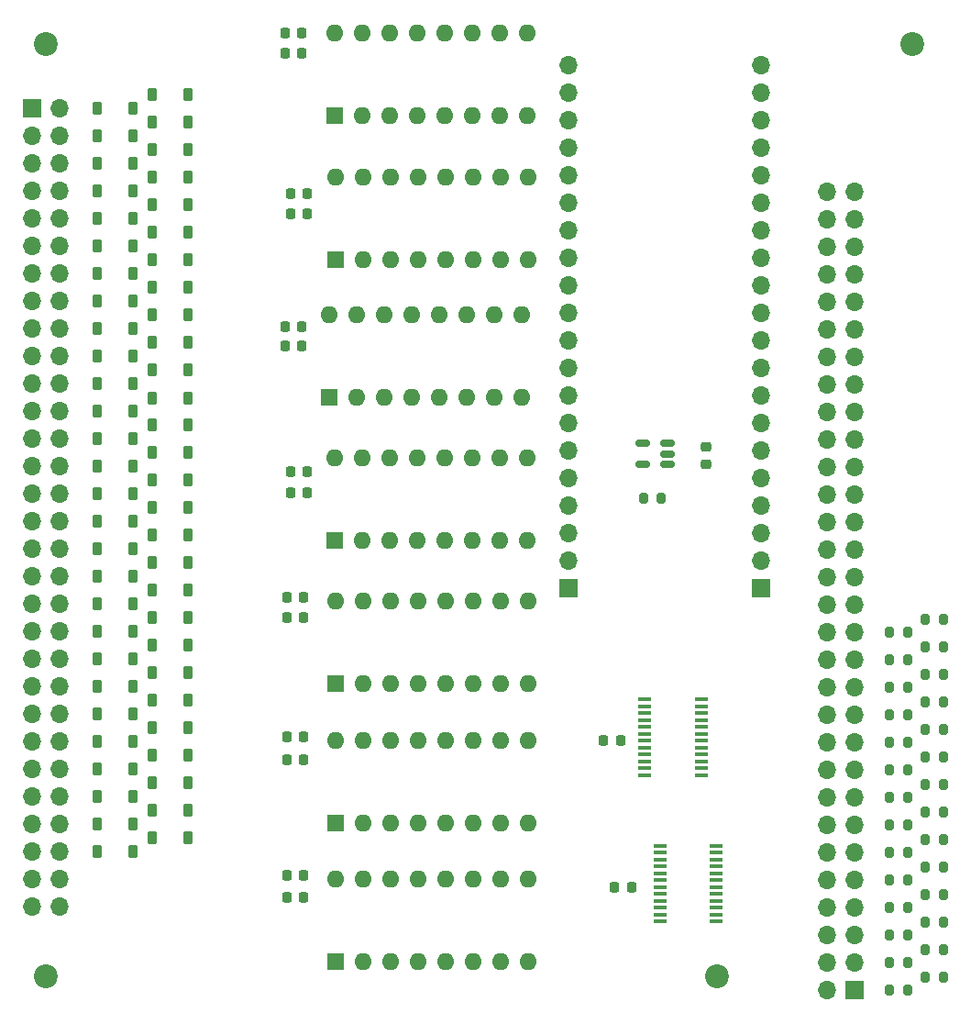
<source format=gbr>
%TF.GenerationSoftware,KiCad,Pcbnew,7.0.7*%
%TF.CreationDate,2023-10-12T19:01:10-04:00*%
%TF.ProjectId,PCB_final,5043425f-6669-46e6-916c-2e6b69636164,rev?*%
%TF.SameCoordinates,Original*%
%TF.FileFunction,Soldermask,Top*%
%TF.FilePolarity,Negative*%
%FSLAX46Y46*%
G04 Gerber Fmt 4.6, Leading zero omitted, Abs format (unit mm)*
G04 Created by KiCad (PCBNEW 7.0.7) date 2023-10-12 19:01:10*
%MOMM*%
%LPD*%
G01*
G04 APERTURE LIST*
G04 Aperture macros list*
%AMRoundRect*
0 Rectangle with rounded corners*
0 $1 Rounding radius*
0 $2 $3 $4 $5 $6 $7 $8 $9 X,Y pos of 4 corners*
0 Add a 4 corners polygon primitive as box body*
4,1,4,$2,$3,$4,$5,$6,$7,$8,$9,$2,$3,0*
0 Add four circle primitives for the rounded corners*
1,1,$1+$1,$2,$3*
1,1,$1+$1,$4,$5*
1,1,$1+$1,$6,$7*
1,1,$1+$1,$8,$9*
0 Add four rect primitives between the rounded corners*
20,1,$1+$1,$2,$3,$4,$5,0*
20,1,$1+$1,$4,$5,$6,$7,0*
20,1,$1+$1,$6,$7,$8,$9,0*
20,1,$1+$1,$8,$9,$2,$3,0*%
G04 Aperture macros list end*
%ADD10C,2.200000*%
%ADD11RoundRect,0.225000X0.225000X0.250000X-0.225000X0.250000X-0.225000X-0.250000X0.225000X-0.250000X0*%
%ADD12RoundRect,0.225000X-0.225000X-0.375000X0.225000X-0.375000X0.225000X0.375000X-0.225000X0.375000X0*%
%ADD13RoundRect,0.200000X-0.200000X-0.275000X0.200000X-0.275000X0.200000X0.275000X-0.200000X0.275000X0*%
%ADD14R,1.600000X1.600000*%
%ADD15O,1.600000X1.600000*%
%ADD16R,1.700000X1.700000*%
%ADD17O,1.700000X1.700000*%
%ADD18RoundRect,0.225000X0.250000X-0.225000X0.250000X0.225000X-0.250000X0.225000X-0.250000X-0.225000X0*%
%ADD19R,1.200000X0.400000*%
%ADD20RoundRect,0.150000X0.512500X0.150000X-0.512500X0.150000X-0.512500X-0.150000X0.512500X-0.150000X0*%
G04 APERTURE END LIST*
D10*
%TO.C,REF\u002A\u002A*%
X178000000Y-65000000D03*
%TD*%
%TO.C,REF\u002A\u002A*%
X160000000Y-151000000D03*
%TD*%
%TO.C,REF\u002A\u002A*%
X98000000Y-151000000D03*
%TD*%
%TO.C,REF\u002A\u002A*%
X98000000Y-65000000D03*
%TD*%
D11*
%TO.C,C8*%
X122168708Y-106429455D03*
X120618708Y-106429455D03*
%TD*%
D12*
%TO.C,D35*%
X102725708Y-86201727D03*
X106025708Y-86201727D03*
%TD*%
%TO.C,D36*%
X102725708Y-88741727D03*
X106025708Y-88741727D03*
%TD*%
%TO.C,D2*%
X107805708Y-72231727D03*
X111105708Y-72231727D03*
%TD*%
D13*
%TO.C,R3*%
X175928328Y-149797397D03*
X177578328Y-149797397D03*
%TD*%
D12*
%TO.C,D54*%
X102725708Y-134461727D03*
X106025708Y-134461727D03*
%TD*%
D11*
%TO.C,C9*%
X121787186Y-116054020D03*
X120237186Y-116054020D03*
%TD*%
D12*
%TO.C,D18*%
X107805708Y-112871727D03*
X111105708Y-112871727D03*
%TD*%
%TO.C,D45*%
X102725708Y-111601727D03*
X106025708Y-111601727D03*
%TD*%
%TO.C,D25*%
X107805708Y-130651727D03*
X111105708Y-130651727D03*
%TD*%
%TO.C,D15*%
X107805708Y-105251727D03*
X111105708Y-105251727D03*
%TD*%
D13*
%TO.C,R13*%
X175928328Y-137097397D03*
X177578328Y-137097397D03*
%TD*%
D11*
%TO.C,C14*%
X121787186Y-143780959D03*
X120237186Y-143780959D03*
%TD*%
D12*
%TO.C,D11*%
X107805708Y-95091727D03*
X111105708Y-95091727D03*
%TD*%
%TO.C,D31*%
X102725708Y-76041727D03*
X106025708Y-76041727D03*
%TD*%
%TO.C,D55*%
X102725708Y-137001727D03*
X106025708Y-137001727D03*
%TD*%
D13*
%TO.C,R18*%
X179226682Y-130831965D03*
X180876682Y-130831965D03*
%TD*%
D12*
%TO.C,D10*%
X107805708Y-92551727D03*
X111105708Y-92551727D03*
%TD*%
%TO.C,D30*%
X102725708Y-73501727D03*
X106025708Y-73501727D03*
%TD*%
%TO.C,D43*%
X102725708Y-106521727D03*
X106025708Y-106521727D03*
%TD*%
D13*
%TO.C,R27*%
X175928328Y-119317397D03*
X177578328Y-119317397D03*
%TD*%
%TO.C,R20*%
X179226682Y-128291965D03*
X180876682Y-128291965D03*
%TD*%
D12*
%TO.C,D56*%
X106025708Y-139541727D03*
X102725708Y-139541727D03*
%TD*%
D11*
%TO.C,C10*%
X121787186Y-117926861D03*
X120237186Y-117926861D03*
%TD*%
D13*
%TO.C,R25*%
X175928328Y-121857397D03*
X177578328Y-121857397D03*
%TD*%
%TO.C,R9*%
X175928328Y-142177397D03*
X177578328Y-142177397D03*
%TD*%
D14*
%TO.C,U2*%
X124725708Y-84931727D03*
D15*
X127265708Y-84931727D03*
X129805708Y-84931727D03*
X132345708Y-84931727D03*
X134885708Y-84931727D03*
X137425708Y-84931727D03*
X139965708Y-84931727D03*
X142505708Y-84931727D03*
X142505708Y-77311727D03*
X139965708Y-77311727D03*
X137425708Y-77311727D03*
X134885708Y-77311727D03*
X132345708Y-77311727D03*
X129805708Y-77311727D03*
X127265708Y-77311727D03*
X124725708Y-77311727D03*
%TD*%
D12*
%TO.C,D19*%
X107805708Y-115411727D03*
X111105708Y-115411727D03*
%TD*%
D16*
%TO.C,J5*%
X146250708Y-115255141D03*
D17*
X146250708Y-112715141D03*
X146250708Y-110175141D03*
X146250708Y-107635141D03*
X146250708Y-105095141D03*
X146250708Y-102555141D03*
X146250708Y-100015141D03*
X146250708Y-97475141D03*
X146250708Y-94935141D03*
X146250708Y-92395141D03*
X146250708Y-89855141D03*
X146250708Y-87315141D03*
X146250708Y-84775141D03*
X146250708Y-82235141D03*
X146250708Y-79695141D03*
X146250708Y-77155141D03*
X146250708Y-74615141D03*
X146250708Y-72075141D03*
X146250708Y-69535141D03*
X146250708Y-66995141D03*
%TD*%
D12*
%TO.C,D9*%
X107805708Y-90011727D03*
X111105708Y-90011727D03*
%TD*%
D13*
%TO.C,R26*%
X179226682Y-120671965D03*
X180876682Y-120671965D03*
%TD*%
D11*
%TO.C,C2*%
X121660708Y-65881727D03*
X120110708Y-65881727D03*
%TD*%
D13*
%TO.C,R24*%
X179226682Y-123211965D03*
X180876682Y-123211965D03*
%TD*%
D11*
%TO.C,C16*%
X151058528Y-129294598D03*
X149508528Y-129294598D03*
%TD*%
D16*
%TO.C,J1*%
X96755708Y-70961727D03*
D17*
X99295708Y-70961727D03*
X96755708Y-73501727D03*
X99295708Y-73501727D03*
X96755708Y-76041727D03*
X99295708Y-76041727D03*
X96755708Y-78581727D03*
X99295708Y-78581727D03*
X96755708Y-81121727D03*
X99295708Y-81121727D03*
X96755708Y-83661727D03*
X99295708Y-83661727D03*
X96755708Y-86201727D03*
X99295708Y-86201727D03*
X96755708Y-88741727D03*
X99295708Y-88741727D03*
X96755708Y-91281727D03*
X99295708Y-91281727D03*
X96755708Y-93821727D03*
X99295708Y-93821727D03*
X96755708Y-96361727D03*
X99295708Y-96361727D03*
X96755708Y-98901727D03*
X99295708Y-98901727D03*
X96755708Y-101441727D03*
X99295708Y-101441727D03*
X96755708Y-103981727D03*
X99295708Y-103981727D03*
X96755708Y-106521727D03*
X99295708Y-106521727D03*
X96755708Y-109061727D03*
X99295708Y-109061727D03*
X96755708Y-111601727D03*
X99295708Y-111601727D03*
X96755708Y-114141727D03*
X99295708Y-114141727D03*
X96755708Y-116681727D03*
X99295708Y-116681727D03*
X96755708Y-119221727D03*
X99295708Y-119221727D03*
X96755708Y-121761727D03*
X99295708Y-121761727D03*
X96755708Y-124301727D03*
X99295708Y-124301727D03*
X96755708Y-126841727D03*
X99295708Y-126841727D03*
X96755708Y-129381727D03*
X99295708Y-129381727D03*
X96755708Y-131921727D03*
X99295708Y-131921727D03*
X96755708Y-134461727D03*
X99295708Y-134461727D03*
X96755708Y-137001727D03*
X99295708Y-137001727D03*
X96755708Y-139541727D03*
X99295708Y-139541727D03*
X96755708Y-142081727D03*
X99295708Y-142081727D03*
X96755708Y-144621727D03*
X99295708Y-144621727D03*
%TD*%
D13*
%TO.C,R11*%
X175928328Y-139637397D03*
X177578328Y-139637397D03*
%TD*%
D11*
%TO.C,C7*%
X122168708Y-104489727D03*
X120618708Y-104489727D03*
%TD*%
%TO.C,C5*%
X121630708Y-91108373D03*
X120080708Y-91108373D03*
%TD*%
D14*
%TO.C,U6*%
X124725708Y-136870022D03*
D15*
X127265708Y-136870022D03*
X129805708Y-136870022D03*
X132345708Y-136870022D03*
X134885708Y-136870022D03*
X137425708Y-136870022D03*
X139965708Y-136870022D03*
X142505708Y-136870022D03*
X142505708Y-129250022D03*
X139965708Y-129250022D03*
X137425708Y-129250022D03*
X134885708Y-129250022D03*
X132345708Y-129250022D03*
X129805708Y-129250022D03*
X127265708Y-129250022D03*
X124725708Y-129250022D03*
%TD*%
D12*
%TO.C,D8*%
X107805708Y-87471727D03*
X111105708Y-87471727D03*
%TD*%
%TO.C,D44*%
X102725708Y-109061727D03*
X106025708Y-109061727D03*
%TD*%
D13*
%TO.C,R4*%
X180876682Y-148611965D03*
X179226682Y-148611965D03*
%TD*%
%TO.C,R14*%
X179226682Y-135911965D03*
X180876682Y-135911965D03*
%TD*%
D12*
%TO.C,D42*%
X102725708Y-103981727D03*
X106025708Y-103981727D03*
%TD*%
D18*
%TO.C,C17*%
X159000000Y-103775000D03*
X159000000Y-102225000D03*
%TD*%
D14*
%TO.C,U3*%
X124187708Y-97631727D03*
D15*
X126727708Y-97631727D03*
X129267708Y-97631727D03*
X131807708Y-97631727D03*
X134347708Y-97631727D03*
X136887708Y-97631727D03*
X139427708Y-97631727D03*
X141967708Y-97631727D03*
X141967708Y-90011727D03*
X139427708Y-90011727D03*
X136887708Y-90011727D03*
X134347708Y-90011727D03*
X131807708Y-90011727D03*
X129267708Y-90011727D03*
X126727708Y-90011727D03*
X124187708Y-90011727D03*
%TD*%
D13*
%TO.C,R28*%
X179226682Y-118131965D03*
X180876682Y-118131965D03*
%TD*%
D12*
%TO.C,D32*%
X102725708Y-78581727D03*
X106025708Y-78581727D03*
%TD*%
D19*
%TO.C,U9*%
X158517328Y-132461897D03*
X158517328Y-131826897D03*
X158517328Y-131191897D03*
X158517328Y-130556897D03*
X158517328Y-129921897D03*
X158517328Y-129286897D03*
X158517328Y-128651897D03*
X158517328Y-128016897D03*
X158517328Y-127381897D03*
X158517328Y-126746897D03*
X158517328Y-126111897D03*
X158517328Y-125476897D03*
X153317328Y-125476897D03*
X153317328Y-126111897D03*
X153317328Y-126746897D03*
X153317328Y-127381897D03*
X153317328Y-128016897D03*
X153317328Y-128651897D03*
X153317328Y-129286897D03*
X153317328Y-129921897D03*
X153317328Y-130556897D03*
X153317328Y-131191897D03*
X153317328Y-131826897D03*
X153317328Y-132461897D03*
%TD*%
D12*
%TO.C,D5*%
X107805708Y-79851727D03*
X111105708Y-79851727D03*
%TD*%
D13*
%TO.C,R2*%
X180876682Y-151151965D03*
X179226682Y-151151965D03*
%TD*%
D12*
%TO.C,D28*%
X107805708Y-138271727D03*
X111105708Y-138271727D03*
%TD*%
D11*
%TO.C,C4*%
X122168708Y-80693704D03*
X120618708Y-80693704D03*
%TD*%
D12*
%TO.C,D47*%
X102725708Y-116681727D03*
X106025708Y-116681727D03*
%TD*%
D14*
%TO.C,U7*%
X124725708Y-149701727D03*
D15*
X127265708Y-149701727D03*
X129805708Y-149701727D03*
X132345708Y-149701727D03*
X134885708Y-149701727D03*
X137425708Y-149701727D03*
X139965708Y-149701727D03*
X142505708Y-149701727D03*
X142505708Y-142081727D03*
X139965708Y-142081727D03*
X137425708Y-142081727D03*
X134885708Y-142081727D03*
X132345708Y-142081727D03*
X129805708Y-142081727D03*
X127265708Y-142081727D03*
X124725708Y-142081727D03*
%TD*%
D14*
%TO.C,U4*%
X124710708Y-110829727D03*
D15*
X127250708Y-110829727D03*
X129790708Y-110829727D03*
X132330708Y-110829727D03*
X134870708Y-110829727D03*
X137410708Y-110829727D03*
X139950708Y-110829727D03*
X142490708Y-110829727D03*
X142490708Y-103209727D03*
X139950708Y-103209727D03*
X137410708Y-103209727D03*
X134870708Y-103209727D03*
X132330708Y-103209727D03*
X129790708Y-103209727D03*
X127250708Y-103209727D03*
X124710708Y-103209727D03*
%TD*%
D12*
%TO.C,D6*%
X107805708Y-82391727D03*
X111105708Y-82391727D03*
%TD*%
%TO.C,D14*%
X107805708Y-102711727D03*
X111105708Y-102711727D03*
%TD*%
%TO.C,D21*%
X107805708Y-120491727D03*
X111105708Y-120491727D03*
%TD*%
D11*
%TO.C,C12*%
X121787186Y-131056588D03*
X120237186Y-131056588D03*
%TD*%
D12*
%TO.C,D34*%
X102725708Y-83661727D03*
X106025708Y-83661727D03*
%TD*%
D13*
%TO.C,R21*%
X175928328Y-126937397D03*
X177578328Y-126937397D03*
%TD*%
D12*
%TO.C,D52*%
X102725708Y-129381727D03*
X106025708Y-129381727D03*
%TD*%
%TO.C,D53*%
X102725708Y-131921727D03*
X106025708Y-131921727D03*
%TD*%
%TO.C,D3*%
X107805708Y-74771727D03*
X111105708Y-74771727D03*
%TD*%
%TO.C,D22*%
X107805708Y-123031727D03*
X111105708Y-123031727D03*
%TD*%
D11*
%TO.C,C3*%
X122168708Y-78835727D03*
X120618708Y-78835727D03*
%TD*%
D12*
%TO.C,D17*%
X107805708Y-110331727D03*
X111105708Y-110331727D03*
%TD*%
D11*
%TO.C,C6*%
X121630708Y-92892031D03*
X120080708Y-92892031D03*
%TD*%
D16*
%TO.C,J2*%
X172681328Y-152337397D03*
D17*
X170141328Y-152337397D03*
X172681328Y-149797397D03*
X170141328Y-149797397D03*
X172681328Y-147257397D03*
X170141328Y-147257397D03*
X172681328Y-144717397D03*
X170141328Y-144717397D03*
X172681328Y-142177397D03*
X170141328Y-142177397D03*
X172681328Y-139637397D03*
X170141328Y-139637397D03*
X172681328Y-137097397D03*
X170141328Y-137097397D03*
X172681328Y-134557397D03*
X170141328Y-134557397D03*
X172681328Y-132017397D03*
X170141328Y-132017397D03*
X172681328Y-129477397D03*
X170141328Y-129477397D03*
X172681328Y-126937397D03*
X170141328Y-126937397D03*
X172681328Y-124397397D03*
X170141328Y-124397397D03*
X172681328Y-121857397D03*
X170141328Y-121857397D03*
X172681328Y-119317397D03*
X170141328Y-119317397D03*
X172681328Y-116777397D03*
X170141328Y-116777397D03*
X172681328Y-114237397D03*
X170141328Y-114237397D03*
X172681328Y-111697397D03*
X170141328Y-111697397D03*
X172681328Y-109157397D03*
X170141328Y-109157397D03*
X172681328Y-106617397D03*
X170141328Y-106617397D03*
X172681328Y-104077397D03*
X170141328Y-104077397D03*
X172681328Y-101537397D03*
X170141328Y-101537397D03*
X172681328Y-98997397D03*
X170141328Y-98997397D03*
X172681328Y-96457397D03*
X170141328Y-96457397D03*
X172681328Y-93917397D03*
X170141328Y-93917397D03*
X172681328Y-91377397D03*
X170141328Y-91377397D03*
X172681328Y-88837397D03*
X170141328Y-88837397D03*
X172681328Y-86297397D03*
X170141328Y-86297397D03*
X172681328Y-83757397D03*
X170141328Y-83757397D03*
X172681328Y-81217397D03*
X170141328Y-81217397D03*
X172681328Y-78677397D03*
X170141328Y-78677397D03*
%TD*%
D13*
%TO.C,R10*%
X179226682Y-140991965D03*
X180876682Y-140991965D03*
%TD*%
D12*
%TO.C,D4*%
X107805708Y-77311727D03*
X111105708Y-77311727D03*
%TD*%
D13*
%TO.C,R12*%
X179226682Y-138451965D03*
X180876682Y-138451965D03*
%TD*%
D12*
%TO.C,D40*%
X102725708Y-98901727D03*
X106025708Y-98901727D03*
%TD*%
%TO.C,D46*%
X102725708Y-114141727D03*
X106025708Y-114141727D03*
%TD*%
D14*
%TO.C,U1*%
X124695708Y-71596727D03*
D15*
X127235708Y-71596727D03*
X129775708Y-71596727D03*
X132315708Y-71596727D03*
X134855708Y-71596727D03*
X137395708Y-71596727D03*
X139935708Y-71596727D03*
X142475708Y-71596727D03*
X142475708Y-63976727D03*
X139935708Y-63976727D03*
X137395708Y-63976727D03*
X134855708Y-63976727D03*
X132315708Y-63976727D03*
X129775708Y-63976727D03*
X127235708Y-63976727D03*
X124695708Y-63976727D03*
%TD*%
D12*
%TO.C,D29*%
X102725708Y-70961727D03*
X106025708Y-70961727D03*
%TD*%
D11*
%TO.C,C15*%
X152064438Y-142825064D03*
X150514438Y-142825064D03*
%TD*%
D12*
%TO.C,D26*%
X107805708Y-133191727D03*
X111105708Y-133191727D03*
%TD*%
D13*
%TO.C,R5*%
X175928328Y-147257397D03*
X177578328Y-147257397D03*
%TD*%
%TO.C,R7*%
X175928328Y-144717397D03*
X177578328Y-144717397D03*
%TD*%
D20*
%TO.C,U10*%
X155371242Y-103768391D03*
X155371242Y-102818391D03*
X155371242Y-101868391D03*
X153096242Y-101868391D03*
X153096242Y-103768391D03*
%TD*%
D12*
%TO.C,D48*%
X102725708Y-119221727D03*
X106025708Y-119221727D03*
%TD*%
%TO.C,D41*%
X102725708Y-101441727D03*
X106025708Y-101441727D03*
%TD*%
D11*
%TO.C,C11*%
X121787186Y-128960790D03*
X120237186Y-128960790D03*
%TD*%
D12*
%TO.C,D49*%
X102725708Y-121761727D03*
X106025708Y-121761727D03*
%TD*%
D13*
%TO.C,R17*%
X175928328Y-132017397D03*
X177578328Y-132017397D03*
%TD*%
D12*
%TO.C,D12*%
X107805708Y-97659742D03*
X111105708Y-97659742D03*
%TD*%
%TO.C,D37*%
X102725708Y-91281727D03*
X106025708Y-91281727D03*
%TD*%
D13*
%TO.C,R16*%
X179226682Y-133371965D03*
X180876682Y-133371965D03*
%TD*%
%TO.C,R23*%
X175928328Y-124397397D03*
X177578328Y-124397397D03*
%TD*%
D12*
%TO.C,D38*%
X102725708Y-93821727D03*
X106025708Y-93821727D03*
%TD*%
%TO.C,D23*%
X107805708Y-125571727D03*
X111105708Y-125571727D03*
%TD*%
D11*
%TO.C,C13*%
X120237186Y-141752048D03*
X121787186Y-141752048D03*
%TD*%
D19*
%TO.C,U8*%
X159930940Y-145990940D03*
X159930940Y-145355940D03*
X159930940Y-144720940D03*
X159930940Y-144085940D03*
X159930940Y-143450940D03*
X159930940Y-142815940D03*
X159930940Y-142180940D03*
X159930940Y-141545940D03*
X159930940Y-140910940D03*
X159930940Y-140275940D03*
X159930940Y-139640940D03*
X159930940Y-139005940D03*
X154730940Y-139005940D03*
X154730940Y-139640940D03*
X154730940Y-140275940D03*
X154730940Y-140910940D03*
X154730940Y-141545940D03*
X154730940Y-142180940D03*
X154730940Y-142815940D03*
X154730940Y-143450940D03*
X154730940Y-144085940D03*
X154730940Y-144720940D03*
X154730940Y-145355940D03*
X154730940Y-145990940D03*
%TD*%
D12*
%TO.C,D20*%
X107805708Y-117951727D03*
X111105708Y-117951727D03*
%TD*%
D13*
%TO.C,R1*%
X175928328Y-152337397D03*
X177578328Y-152337397D03*
%TD*%
D12*
%TO.C,D7*%
X107805708Y-84931727D03*
X111105708Y-84931727D03*
%TD*%
%TO.C,D39*%
X102725708Y-96361727D03*
X106025708Y-96361727D03*
%TD*%
D13*
%TO.C,R8*%
X179226682Y-143531965D03*
X180876682Y-143531965D03*
%TD*%
D12*
%TO.C,D51*%
X102725708Y-126841727D03*
X106025708Y-126841727D03*
%TD*%
%TO.C,D13*%
X111105708Y-100171727D03*
X107805708Y-100171727D03*
%TD*%
D13*
%TO.C,R19*%
X175928328Y-129477397D03*
X177578328Y-129477397D03*
%TD*%
D11*
%TO.C,C1*%
X121660708Y-63976727D03*
X120110708Y-63976727D03*
%TD*%
D12*
%TO.C,D27*%
X107805708Y-135731727D03*
X111105708Y-135731727D03*
%TD*%
D16*
%TO.C,J6*%
X164030708Y-115255141D03*
D17*
X164030708Y-112715141D03*
X164030708Y-110175141D03*
X164030708Y-107635141D03*
X164030708Y-105095141D03*
X164030708Y-102555141D03*
X164030708Y-100015141D03*
X164030708Y-97475141D03*
X164030708Y-94935141D03*
X164030708Y-92395141D03*
X164030708Y-89855141D03*
X164030708Y-87315141D03*
X164030708Y-84775141D03*
X164030708Y-82235141D03*
X164030708Y-79695141D03*
X164030708Y-77155141D03*
X164030708Y-74615141D03*
X164030708Y-72075141D03*
X164030708Y-69535141D03*
X164030708Y-66995141D03*
%TD*%
D14*
%TO.C,U5*%
X124725708Y-123989585D03*
D15*
X127265708Y-123989585D03*
X129805708Y-123989585D03*
X132345708Y-123989585D03*
X134885708Y-123989585D03*
X137425708Y-123989585D03*
X139965708Y-123989585D03*
X142505708Y-123989585D03*
X142505708Y-116369585D03*
X139965708Y-116369585D03*
X137425708Y-116369585D03*
X134885708Y-116369585D03*
X132345708Y-116369585D03*
X129805708Y-116369585D03*
X127265708Y-116369585D03*
X124725708Y-116369585D03*
%TD*%
D12*
%TO.C,D16*%
X107805708Y-107791727D03*
X111105708Y-107791727D03*
%TD*%
D13*
%TO.C,R15*%
X175928328Y-134557397D03*
X177578328Y-134557397D03*
%TD*%
%TO.C,R29*%
X153175000Y-106948391D03*
X154825000Y-106948391D03*
%TD*%
D12*
%TO.C,D33*%
X102725708Y-81121727D03*
X106025708Y-81121727D03*
%TD*%
%TO.C,D50*%
X102725708Y-124301727D03*
X106025708Y-124301727D03*
%TD*%
%TO.C,D24*%
X107805708Y-128111727D03*
X111105708Y-128111727D03*
%TD*%
D13*
%TO.C,R22*%
X179226682Y-125751965D03*
X180876682Y-125751965D03*
%TD*%
D12*
%TO.C,D1*%
X107805708Y-69691727D03*
X111105708Y-69691727D03*
%TD*%
D13*
%TO.C,R6*%
X179226682Y-146071965D03*
X180876682Y-146071965D03*
%TD*%
M02*

</source>
